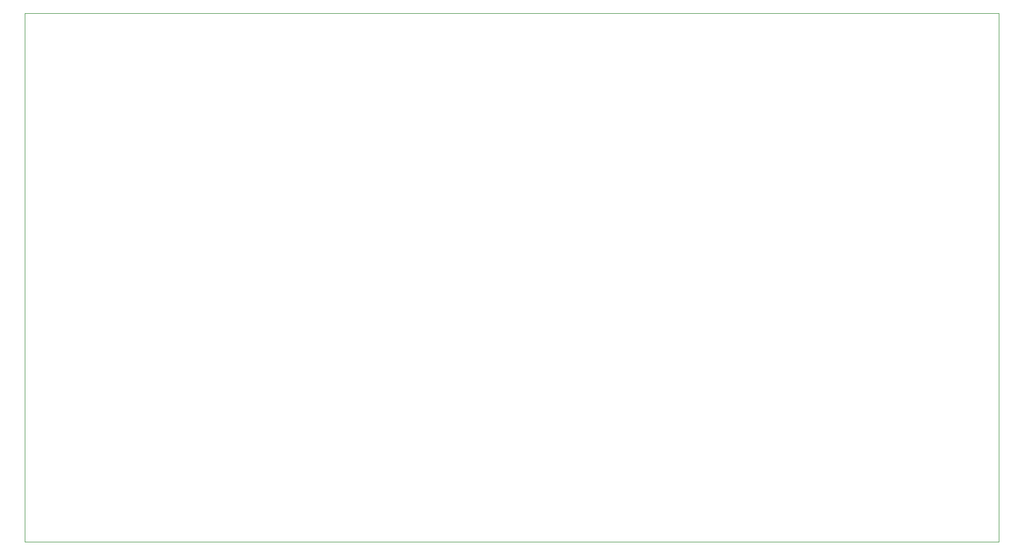
<source format=gm1>
%TF.GenerationSoftware,KiCad,Pcbnew,8.0.7*%
%TF.CreationDate,2025-09-21T15:12:51-04:00*%
%TF.ProjectId,buzzcar_main,62757a7a-6361-4725-9f6d-61696e2e6b69,rev?*%
%TF.SameCoordinates,Original*%
%TF.FileFunction,Profile,NP*%
%FSLAX46Y46*%
G04 Gerber Fmt 4.6, Leading zero omitted, Abs format (unit mm)*
G04 Created by KiCad (PCBNEW 8.0.7) date 2025-09-21 15:12:51*
%MOMM*%
%LPD*%
G01*
G04 APERTURE LIST*
%TA.AperFunction,Profile*%
%ADD10C,0.050000*%
%TD*%
G04 APERTURE END LIST*
D10*
X20320000Y-15240000D02*
X170180000Y-15240000D01*
X170180000Y-96520000D01*
X20320000Y-96520000D01*
X20320000Y-15240000D01*
M02*

</source>
